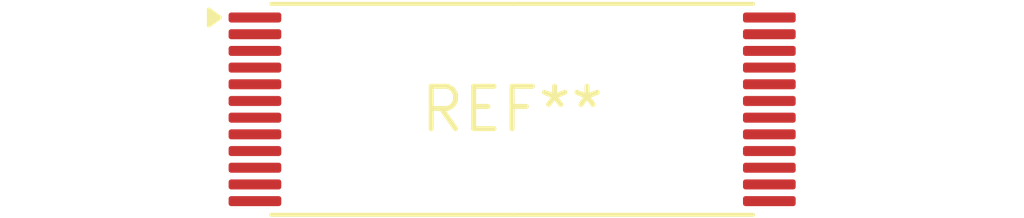
<source format=kicad_pcb>
(kicad_pcb (version 20240108) (generator pcbnew)
  (layers (0 "F.Cu" signal) (31 "B.Cu" signal) (34 "B.Paste" user) (35 "F.Paste" user) (36 "B.SilkS" user "B.Silkscreen") (37 "F.SilkS" user "F.Silkscreen") (38 "B.Mask" user) (39 "F.Mask" user) (44 "Edge.Cuts" user))
  (net 0 "")
  (footprint "TSOP-I-24_14.4x6mm_P0.5mm" (layer "F.Cu") (at 0 0)
    (property "Reference" "REF**")
    (property "Value" "TSOP-I-24_14.4x6mm_P0.5mm")
    (fp_line (start 0 -3.16) (end -7.2 -3.16) (layer "F.SilkS") (stroke (width 0.12)))
    (fp_line (start 0 -3.16) (end 7.2 -3.16) (layer "F.SilkS") (stroke (width 0.12)))
    (fp_line (start 0 3.16) (end -7.2 3.16) (layer "F.SilkS") (stroke (width 0.12)))
    (fp_line (start 0 3.16) (end 7.2 3.16) (layer "F.SilkS") (stroke (width 0.12)))
    (fp_poly (pts (xy -8.735 -2.75) (xy -9.065 -2.99) (xy -9.065 -2.51) (xy -8.735 -2.75)) (layer "F.SilkS") (stroke (width 0.12)) (fill solid))
    (pad "1" smd roundrect (at -7.6875 -2.75) (size 1.575 0.3) (layers "F.Cu" "F.Paste" "F.Mask"))
    (pad "2" smd roundrect (at -7.6875 -2.25) (size 1.575 0.3) (layers "F.Cu" "F.Paste" "F.Mask"))
    (pad "3" smd roundrect (at -7.6875 -1.75) (size 1.575 0.3) (layers "F.Cu" "F.Paste" "F.Mask"))
    (pad "4" smd roundrect (at -7.6875 -1.25) (size 1.575 0.3) (layers "F.Cu" "F.Paste" "F.Mask"))
    (pad "5" smd roundrect (at -7.6875 -0.75) (size 1.575 0.3) (layers "F.Cu" "F.Paste" "F.Mask"))
    (pad "6" smd roundrect (at -7.6875 -0.25) (size 1.575 0.3) (layers "F.Cu" "F.Paste" "F.Mask"))
    (pad "7" smd roundrect (at -7.6875 0.25) (size 1.575 0.3) (layers "F.Cu" "F.Paste" "F.Mask"))
    (pad "8" smd roundrect (at -7.6875 0.75) (size 1.575 0.3) (layers "F.Cu" "F.Paste" "F.Mask"))
    (pad "9" smd roundrect (at -7.6875 1.25) (size 1.575 0.3) (layers "F.Cu" "F.Paste" "F.Mask"))
    (pad "10" smd roundrect (at -7.6875 1.75) (size 1.575 0.3) (layers "F.Cu" "F.Paste" "F.Mask"))
    (pad "11" smd roundrect (at -7.6875 2.25) (size 1.575 0.3) (layers "F.Cu" "F.Paste" "F.Mask"))
    (pad "12" smd roundrect (at -7.6875 2.75) (size 1.575 0.3) (layers "F.Cu" "F.Paste" "F.Mask"))
    (pad "13" smd roundrect (at 7.6875 2.75) (size 1.575 0.3) (layers "F.Cu" "F.Paste" "F.Mask"))
    (pad "14" smd roundrect (at 7.6875 2.25) (size 1.575 0.3) (layers "F.Cu" "F.Paste" "F.Mask"))
    (pad "15" smd roundrect (at 7.6875 1.75) (size 1.575 0.3) (layers "F.Cu" "F.Paste" "F.Mask"))
    (pad "16" smd roundrect (at 7.6875 1.25) (size 1.575 0.3) (layers "F.Cu" "F.Paste" "F.Mask"))
    (pad "17" smd roundrect (at 7.6875 0.75) (size 1.575 0.3) (layers "F.Cu" "F.Paste" "F.Mask"))
    (pad "18" smd roundrect (at 7.6875 0.25) (size 1.575 0.3) (layers "F.Cu" "F.Paste" "F.Mask"))
    (pad "19" smd roundrect (at 7.6875 -0.25) (size 1.575 0.3) (layers "F.Cu" "F.Paste" "F.Mask"))
    (pad "20" smd roundrect (at 7.6875 -0.75) (size 1.575 0.3) (layers "F.Cu" "F.Paste" "F.Mask"))
    (pad "21" smd roundrect (at 7.6875 -1.25) (size 1.575 0.3) (layers "F.Cu" "F.Paste" "F.Mask"))
    (pad "22" smd roundrect (at 7.6875 -1.75) (size 1.575 0.3) (layers "F.Cu" "F.Paste" "F.Mask"))
    (pad "23" smd roundrect (at 7.6875 -2.25) (size 1.575 0.3) (layers "F.Cu" "F.Paste" "F.Mask"))
    (pad "24" smd roundrect (at 7.6875 -2.75) (size 1.575 0.3) (layers "F.Cu" "F.Paste" "F.Mask"))
  )
)
</source>
